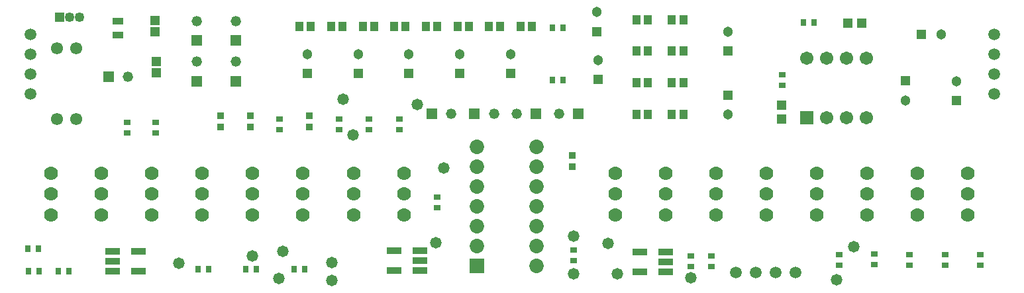
<source format=gts>
G04*
G04 #@! TF.GenerationSoftware,Altium Limited,Altium Designer,24.7.2 (38)*
G04*
G04 Layer_Color=8388736*
%FSLAX25Y25*%
%MOIN*%
G70*
G04*
G04 #@! TF.SameCoordinates,DEBB6A6C-C8D4-480C-A923-299F0231662F*
G04*
G04*
G04 #@! TF.FilePolarity,Negative*
G04*
G01*
G75*
%ADD21R,0.03197X0.02593*%
%ADD22R,0.07300X0.03800*%
%ADD23R,0.05524X0.03398*%
%ADD24R,0.05131X0.05131*%
%ADD25R,0.02593X0.03197*%
%ADD26R,0.04343X0.04934*%
%ADD27R,0.03788X0.03681*%
%ADD28R,0.04816X0.04973*%
%ADD29R,0.05131X0.05131*%
%ADD30C,0.05900*%
%ADD31C,0.05131*%
%ADD32R,0.04934X0.04934*%
%ADD33C,0.04934*%
%ADD34C,0.07000*%
%ADD35C,0.07296*%
%ADD36R,0.07296X0.07296*%
%ADD37C,0.05200*%
%ADD38R,0.05200X0.05200*%
%ADD39R,0.06737X0.06737*%
%ADD40C,0.06737*%
%ADD41C,0.06115*%
%ADD42R,0.05200X0.05200*%
%ADD43C,0.05800*%
D21*
X515551Y443589D02*
D03*
Y448917D02*
D03*
X341831Y387507D02*
D03*
Y382178D02*
D03*
X410532Y355407D02*
D03*
Y360735D02*
D03*
X292487Y426869D02*
D03*
Y421541D02*
D03*
X307562D02*
D03*
Y426869D02*
D03*
X262336D02*
D03*
Y421541D02*
D03*
X322638Y426869D02*
D03*
Y421541D02*
D03*
X185728Y424908D02*
D03*
Y419580D02*
D03*
X615102Y353051D02*
D03*
Y358380D02*
D03*
X597342Y353051D02*
D03*
Y358380D02*
D03*
X579583Y353051D02*
D03*
Y358380D02*
D03*
X561823Y353235D02*
D03*
Y358563D02*
D03*
X469390Y352268D02*
D03*
Y357596D02*
D03*
X479921Y352268D02*
D03*
Y357596D02*
D03*
X200197Y419580D02*
D03*
Y424908D02*
D03*
X544063Y353051D02*
D03*
Y358380D02*
D03*
D22*
X456701Y354803D02*
D03*
X443701Y359803D02*
D03*
Y349803D02*
D03*
X456701Y359803D02*
D03*
Y349803D02*
D03*
X178496Y355215D02*
D03*
X191496Y350215D02*
D03*
Y360215D02*
D03*
X178496Y350215D02*
D03*
Y360215D02*
D03*
X333169Y355413D02*
D03*
X320169Y360413D02*
D03*
Y350413D02*
D03*
X333169Y360413D02*
D03*
Y350413D02*
D03*
D23*
X181201Y469173D02*
D03*
Y476102D02*
D03*
D24*
X548425Y475000D02*
D03*
X555512D02*
D03*
X422835Y446555D02*
D03*
X488091Y438878D02*
D03*
X577539Y445890D02*
D03*
X602953Y436024D02*
D03*
X422195Y470866D02*
D03*
X378642Y449606D02*
D03*
X488091Y460925D02*
D03*
X327608Y449606D02*
D03*
X353125D02*
D03*
X276575D02*
D03*
X302092D02*
D03*
D25*
X141339Y350032D02*
D03*
X136010D02*
D03*
X156316D02*
D03*
X150988D02*
D03*
X274966Y350982D02*
D03*
X269638D02*
D03*
X221494D02*
D03*
X226823D02*
D03*
X250894D02*
D03*
X245566D02*
D03*
X405223Y446433D02*
D03*
X399895D02*
D03*
X405223Y472835D02*
D03*
X399895D02*
D03*
X141148Y361221D02*
D03*
X135820D02*
D03*
X526069Y475295D02*
D03*
X531398D02*
D03*
D26*
X465650Y428937D02*
D03*
X459941D02*
D03*
X442224Y476870D02*
D03*
X447933D02*
D03*
X357691Y473228D02*
D03*
X351982D02*
D03*
X383760D02*
D03*
X389468D02*
D03*
X459941Y460892D02*
D03*
X465650D02*
D03*
X442224Y444915D02*
D03*
X447933D02*
D03*
X341803Y473228D02*
D03*
X336094D02*
D03*
X459941Y444915D02*
D03*
X465650D02*
D03*
X442224Y460892D02*
D03*
X447933D02*
D03*
X325914Y473228D02*
D03*
X320205D02*
D03*
X310025D02*
D03*
X304317D02*
D03*
X373580D02*
D03*
X367871D02*
D03*
X442224Y428937D02*
D03*
X447933D02*
D03*
X459941Y476870D02*
D03*
X465650D02*
D03*
X272539Y473228D02*
D03*
X278248D02*
D03*
X294137D02*
D03*
X288428D02*
D03*
D27*
X277608Y428309D02*
D03*
Y422676D02*
D03*
X247654Y428309D02*
D03*
Y422676D02*
D03*
X232929Y428309D02*
D03*
Y422676D02*
D03*
X409744Y408427D02*
D03*
Y402794D02*
D03*
D28*
X199661Y476369D02*
D03*
Y470637D02*
D03*
X200327Y455627D02*
D03*
Y449895D02*
D03*
D29*
X515256Y426575D02*
D03*
Y433661D02*
D03*
X585532Y469291D02*
D03*
D30*
X492039Y349500D02*
D03*
X512039D02*
D03*
X522039D02*
D03*
X502039D02*
D03*
X622000Y439500D02*
D03*
Y459500D02*
D03*
Y449500D02*
D03*
Y469500D02*
D03*
X137000Y449500D02*
D03*
Y469500D02*
D03*
Y459500D02*
D03*
Y439500D02*
D03*
D31*
X422835Y456398D02*
D03*
X488091Y429035D02*
D03*
X595374Y469291D02*
D03*
X577539Y436047D02*
D03*
X602953Y445866D02*
D03*
X422195Y480709D02*
D03*
X378642Y459449D02*
D03*
X488091Y470768D02*
D03*
X327608Y459449D02*
D03*
X353125D02*
D03*
X276575D02*
D03*
X302092D02*
D03*
D32*
X151772Y478150D02*
D03*
D33*
X156772D02*
D03*
X161772D02*
D03*
D34*
X431298Y399331D02*
D03*
Y388937D02*
D03*
Y378543D02*
D03*
X482029Y399331D02*
D03*
Y388937D02*
D03*
Y378543D02*
D03*
X456664D02*
D03*
Y388937D02*
D03*
Y399331D02*
D03*
X198172Y378543D02*
D03*
Y388937D02*
D03*
Y399331D02*
D03*
X248903Y378543D02*
D03*
Y388937D02*
D03*
Y399331D02*
D03*
X147441Y378543D02*
D03*
Y388937D02*
D03*
Y399331D02*
D03*
X172807D02*
D03*
Y388937D02*
D03*
Y378543D02*
D03*
X223538Y399331D02*
D03*
Y388937D02*
D03*
Y378543D02*
D03*
X299634D02*
D03*
Y388937D02*
D03*
Y399331D02*
D03*
X325000Y378543D02*
D03*
Y388937D02*
D03*
Y399331D02*
D03*
X274269D02*
D03*
Y388937D02*
D03*
Y378543D02*
D03*
X583491D02*
D03*
Y388937D02*
D03*
Y399331D02*
D03*
X507395Y378543D02*
D03*
Y388937D02*
D03*
Y399331D02*
D03*
X532760D02*
D03*
Y388937D02*
D03*
Y378543D02*
D03*
X608857D02*
D03*
Y388937D02*
D03*
Y399331D02*
D03*
X558126D02*
D03*
Y388937D02*
D03*
Y378543D02*
D03*
D35*
X391772Y412573D02*
D03*
Y402573D02*
D03*
Y392573D02*
D03*
Y352573D02*
D03*
Y362573D02*
D03*
Y372573D02*
D03*
Y382573D02*
D03*
X361772Y412573D02*
D03*
Y402573D02*
D03*
Y392573D02*
D03*
Y362573D02*
D03*
Y372573D02*
D03*
Y382573D02*
D03*
D36*
Y352573D02*
D03*
D37*
X220916Y455574D02*
D03*
X240409D02*
D03*
X220916Y476062D02*
D03*
X381619Y429528D02*
D03*
X370350D02*
D03*
X348917D02*
D03*
X186177Y448011D02*
D03*
X240409Y476062D02*
D03*
X403051Y429528D02*
D03*
D38*
X220916Y445731D02*
D03*
X240409D02*
D03*
X220916Y466219D02*
D03*
X240409D02*
D03*
D39*
X527618Y427421D02*
D03*
D40*
X537618D02*
D03*
X547618D02*
D03*
X557618D02*
D03*
Y457421D02*
D03*
X547618D02*
D03*
X537618D02*
D03*
X527618D02*
D03*
D41*
X160236Y426870D02*
D03*
Y462303D02*
D03*
X150394Y426870D02*
D03*
Y462303D02*
D03*
D42*
X391461Y429528D02*
D03*
X360507D02*
D03*
X339075D02*
D03*
X176335Y448011D02*
D03*
X412894Y429528D02*
D03*
D43*
X542815Y345669D02*
D03*
X432382Y348628D02*
D03*
X288878Y345472D02*
D03*
X248721Y357874D02*
D03*
X294291Y436811D02*
D03*
X211811Y353937D02*
D03*
X344980Y402165D02*
D03*
X331791Y433957D02*
D03*
X551378Y362500D02*
D03*
X341043Y364272D02*
D03*
X410433Y348819D02*
D03*
X410532Y367618D02*
D03*
X469587Y346752D02*
D03*
X264173Y360039D02*
D03*
X262020Y346449D02*
D03*
X288634Y354329D02*
D03*
X299437Y418771D02*
D03*
X427756Y364075D02*
D03*
M02*

</source>
